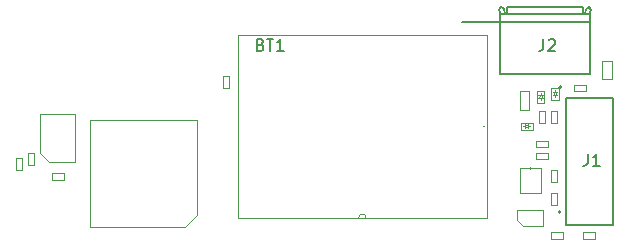
<source format=gbr>
%TF.GenerationSoftware,KiCad,Pcbnew,8.0.1*%
%TF.CreationDate,2024-10-15T00:35:35+02:00*%
%TF.ProjectId,InsuDos,496e7375-446f-4732-9e6b-696361645f70,rev?*%
%TF.SameCoordinates,Original*%
%TF.FileFunction,AssemblyDrawing,Top*%
%FSLAX46Y46*%
G04 Gerber Fmt 4.6, Leading zero omitted, Abs format (unit mm)*
G04 Created by KiCad (PCBNEW 8.0.1) date 2024-10-15 00:35:35*
%MOMM*%
%LPD*%
G01*
G04 APERTURE LIST*
%ADD10C,0.150000*%
%ADD11C,0.100000*%
%ADD12C,0.127000*%
%ADD13C,0.200000*%
%ADD14C,0.025400*%
G04 APERTURE END LIST*
D10*
X77372493Y-167369819D02*
X77372493Y-168084104D01*
X77372493Y-168084104D02*
X77324874Y-168226961D01*
X77324874Y-168226961D02*
X77229636Y-168322200D01*
X77229636Y-168322200D02*
X77086779Y-168369819D01*
X77086779Y-168369819D02*
X76991541Y-168369819D01*
X78372493Y-168369819D02*
X77801065Y-168369819D01*
X78086779Y-168369819D02*
X78086779Y-167369819D01*
X78086779Y-167369819D02*
X77991541Y-167512676D01*
X77991541Y-167512676D02*
X77896303Y-167607914D01*
X77896303Y-167607914D02*
X77801065Y-167655533D01*
X49670112Y-158096009D02*
X49812969Y-158143628D01*
X49812969Y-158143628D02*
X49860588Y-158191247D01*
X49860588Y-158191247D02*
X49908207Y-158286485D01*
X49908207Y-158286485D02*
X49908207Y-158429342D01*
X49908207Y-158429342D02*
X49860588Y-158524580D01*
X49860588Y-158524580D02*
X49812969Y-158572200D01*
X49812969Y-158572200D02*
X49717731Y-158619819D01*
X49717731Y-158619819D02*
X49336779Y-158619819D01*
X49336779Y-158619819D02*
X49336779Y-157619819D01*
X49336779Y-157619819D02*
X49670112Y-157619819D01*
X49670112Y-157619819D02*
X49765350Y-157667438D01*
X49765350Y-157667438D02*
X49812969Y-157715057D01*
X49812969Y-157715057D02*
X49860588Y-157810295D01*
X49860588Y-157810295D02*
X49860588Y-157905533D01*
X49860588Y-157905533D02*
X49812969Y-158000771D01*
X49812969Y-158000771D02*
X49765350Y-158048390D01*
X49765350Y-158048390D02*
X49670112Y-158096009D01*
X49670112Y-158096009D02*
X49336779Y-158096009D01*
X50193922Y-157619819D02*
X50765350Y-157619819D01*
X50479636Y-158619819D02*
X50479636Y-157619819D01*
X51622493Y-158619819D02*
X51051065Y-158619819D01*
X51336779Y-158619819D02*
X51336779Y-157619819D01*
X51336779Y-157619819D02*
X51241541Y-157762676D01*
X51241541Y-157762676D02*
X51146303Y-157857914D01*
X51146303Y-157857914D02*
X51051065Y-157905533D01*
X73622493Y-157619819D02*
X73622493Y-158334104D01*
X73622493Y-158334104D02*
X73574874Y-158476961D01*
X73574874Y-158476961D02*
X73479636Y-158572200D01*
X73479636Y-158572200D02*
X73336779Y-158619819D01*
X73336779Y-158619819D02*
X73241541Y-158619819D01*
X74051065Y-157715057D02*
X74098684Y-157667438D01*
X74098684Y-157667438D02*
X74193922Y-157619819D01*
X74193922Y-157619819D02*
X74432017Y-157619819D01*
X74432017Y-157619819D02*
X74527255Y-157667438D01*
X74527255Y-157667438D02*
X74574874Y-157715057D01*
X74574874Y-157715057D02*
X74622493Y-157810295D01*
X74622493Y-157810295D02*
X74622493Y-157905533D01*
X74622493Y-157905533D02*
X74574874Y-158048390D01*
X74574874Y-158048390D02*
X74003446Y-158619819D01*
X74003446Y-158619819D02*
X74622493Y-158619819D01*
D11*
%TO.C,C28*%
X74250000Y-163750000D02*
X74750000Y-163750000D01*
X74250000Y-164750000D02*
X74250000Y-163750000D01*
X74750000Y-163750000D02*
X74750000Y-164750000D01*
X74750000Y-164750000D02*
X74250000Y-164750000D01*
%TO.C,C11*%
X73250000Y-163750000D02*
X73750000Y-163750000D01*
X73250000Y-164750000D02*
X73250000Y-163750000D01*
X73750000Y-163750000D02*
X73750000Y-164750000D01*
X73750000Y-164750000D02*
X73250000Y-164750000D01*
%TO.C,C15*%
X73000000Y-166250000D02*
X74000000Y-166250000D01*
X73000000Y-166750000D02*
X73000000Y-166250000D01*
X74000000Y-166250000D02*
X74000000Y-166750000D01*
X74000000Y-166750000D02*
X73000000Y-166750000D01*
%TO.C,C29*%
X76250000Y-161500000D02*
X77250000Y-161500000D01*
X76250000Y-162000000D02*
X76250000Y-161500000D01*
X77250000Y-161500000D02*
X77250000Y-162000000D01*
X77250000Y-162000000D02*
X76250000Y-162000000D01*
%TO.C,R4*%
X76975000Y-173980000D02*
X78025000Y-173980000D01*
X76975000Y-174520000D02*
X76975000Y-173980000D01*
X78025000Y-173980000D02*
X78025000Y-174520000D01*
X78025000Y-174520000D02*
X76975000Y-174520000D01*
%TO.C,Q1*%
X71400000Y-172080000D02*
X71400000Y-172930000D01*
X71400000Y-172080000D02*
X73600000Y-172080000D01*
X71400000Y-172930000D02*
X71900000Y-173430000D01*
X71900000Y-173430000D02*
X73600000Y-173430000D01*
X73600000Y-172080000D02*
X73600000Y-173430000D01*
D12*
%TO.C,J2*%
X69820000Y-155170500D02*
X70000000Y-154870500D01*
X69950000Y-155520500D02*
X77550000Y-155520500D01*
X69950000Y-156220500D02*
X66750000Y-156220500D01*
X69950000Y-156220500D02*
X69950000Y-155520500D01*
X69950000Y-160570500D02*
X69950000Y-156220500D01*
X70550000Y-154920500D02*
X70550000Y-155470500D01*
X76950000Y-154920500D02*
X70550000Y-154920500D01*
X76950000Y-155470500D02*
X76950000Y-154920500D01*
X77550000Y-155520500D02*
X77550000Y-155570500D01*
X77550000Y-155570500D02*
X77550000Y-160570500D01*
X77550000Y-156220500D02*
X69950000Y-156220500D01*
X77550000Y-160570500D02*
X69950000Y-160570500D01*
X77680000Y-155170500D02*
X77500000Y-154920500D01*
X69820000Y-155170500D02*
G75*
G02*
X69950000Y-155570500I-135000J-265000D01*
G01*
X70000000Y-154870500D02*
G75*
G02*
X70350000Y-155470500I-125000J-475000D01*
G01*
X77150000Y-155470500D02*
G75*
G02*
X77500000Y-154920500I450000J100000D01*
G01*
X77550000Y-155570500D02*
G75*
G02*
X77680000Y-155170501I264999J135000D01*
G01*
D13*
X75150000Y-161720500D02*
G75*
G02*
X74950000Y-161720500I-100000J0D01*
G01*
X74950000Y-161720500D02*
G75*
G02*
X75150000Y-161720500I100000J0D01*
G01*
D11*
%TO.C,BZ1*%
X35250000Y-164500000D02*
X35250000Y-173500000D01*
X35250000Y-173500000D02*
X43250000Y-173500000D01*
X43250000Y-173500000D02*
X44250000Y-172500000D01*
X44250000Y-164500000D02*
X35250000Y-164500000D01*
X44250000Y-172500000D02*
X44250000Y-164500000D01*
%TO.C,D3*%
X71700000Y-164700000D02*
X72700000Y-164700000D01*
X71700000Y-165300000D02*
X71700000Y-164700000D01*
X72050000Y-164800000D02*
X72050000Y-165200000D01*
X72050000Y-165000000D02*
X71900000Y-165000000D01*
X72050000Y-165200000D02*
X72350000Y-165000000D01*
X72350000Y-164800000D02*
X72350000Y-165200000D01*
X72350000Y-165000000D02*
X72050000Y-164800000D01*
X72350000Y-165000000D02*
X72500000Y-165000000D01*
X72700000Y-164700000D02*
X72700000Y-165300000D01*
X72700000Y-165300000D02*
X71700000Y-165300000D01*
%TO.C,R3*%
X74225000Y-173980000D02*
X75275000Y-173980000D01*
X74225000Y-174520000D02*
X74225000Y-173980000D01*
X75275000Y-173980000D02*
X75275000Y-174520000D01*
X75275000Y-174520000D02*
X74225000Y-174520000D01*
%TO.C,C13*%
X74250000Y-170700000D02*
X74750000Y-170700000D01*
X74250000Y-171700000D02*
X74250000Y-170700000D01*
X74750000Y-170700000D02*
X74750000Y-171700000D01*
X74750000Y-171700000D02*
X74250000Y-171700000D01*
%TO.C,C37*%
X74250000Y-168750000D02*
X74750000Y-168750000D01*
X74250000Y-169750000D02*
X74250000Y-168750000D01*
X74750000Y-168750000D02*
X74750000Y-169750000D01*
X74750000Y-169750000D02*
X74250000Y-169750000D01*
%TO.C,C12*%
X71600000Y-162000000D02*
X72400000Y-162000000D01*
X71600000Y-163600000D02*
X71600000Y-162000000D01*
X72400000Y-162000000D02*
X72400000Y-163600000D01*
X72400000Y-163600000D02*
X71600000Y-163600000D01*
%TO.C,C14*%
X73000000Y-167250000D02*
X74000000Y-167250000D01*
X73000000Y-167750000D02*
X73000000Y-167250000D01*
X74000000Y-167250000D02*
X74000000Y-167750000D01*
X74000000Y-167750000D02*
X73000000Y-167750000D01*
%TO.C,R9*%
X28930000Y-167675000D02*
X29470000Y-167675000D01*
X28930000Y-168725000D02*
X28930000Y-167675000D01*
X29470000Y-167675000D02*
X29470000Y-168725000D01*
X29470000Y-168725000D02*
X28930000Y-168725000D01*
D14*
%TO.C,BT1*%
X47739450Y-157253000D02*
X47739450Y-172747000D01*
X47739450Y-172747000D02*
X68846850Y-172747000D01*
X68846850Y-157253000D02*
X47739450Y-157253000D01*
X68846850Y-172747000D02*
X68846850Y-157253000D01*
X57988350Y-172747000D02*
G75*
G02*
X58597950Y-172747000I304800J0D01*
G01*
X68630950Y-165000000D02*
G75*
G02*
X68554750Y-165000000I-38100J0D01*
G01*
X68554750Y-165000000D02*
G75*
G02*
X68630950Y-165000000I38100J0D01*
G01*
%TO.C,L5*%
X71598300Y-168507800D02*
X71598300Y-170692200D01*
X71598300Y-170692200D02*
X73401700Y-170692200D01*
X73401700Y-168507800D02*
X71598300Y-168507800D01*
X73401700Y-170692200D02*
X73401700Y-168507800D01*
X72576200Y-168584000D02*
G75*
G02*
X72423800Y-168584000I-76200J0D01*
G01*
X72423800Y-168584000D02*
G75*
G02*
X72576200Y-168584000I76200J0D01*
G01*
D11*
%TO.C,D2*%
X74300000Y-161750000D02*
X74900000Y-161750000D01*
X74300000Y-162750000D02*
X74300000Y-161750000D01*
X74400000Y-162100000D02*
X74800000Y-162100000D01*
X74400000Y-162400000D02*
X74800000Y-162400000D01*
X74600000Y-162100000D02*
X74400000Y-162400000D01*
X74600000Y-162100000D02*
X74600000Y-161950000D01*
X74600000Y-162400000D02*
X74600000Y-162550000D01*
X74800000Y-162400000D02*
X74600000Y-162100000D01*
X74900000Y-161750000D02*
X74900000Y-162750000D01*
X74900000Y-162750000D02*
X74300000Y-162750000D01*
%TO.C,C10*%
X29950000Y-167300000D02*
X30450000Y-167300000D01*
X29950000Y-168300000D02*
X29950000Y-167300000D01*
X30450000Y-167300000D02*
X30450000Y-168300000D01*
X30450000Y-168300000D02*
X29950000Y-168300000D01*
%TO.C,Inf.1*%
X31000000Y-164000000D02*
X31000000Y-167250000D01*
X31750000Y-168000000D02*
X31000000Y-167250000D01*
X34000000Y-164000000D02*
X31000000Y-164000000D01*
X34000000Y-168000000D02*
X31750000Y-168000000D01*
X34000000Y-168000000D02*
X34000000Y-164000000D01*
D12*
%TO.C,J1*%
X75550000Y-162650000D02*
X79550000Y-162650000D01*
X75550000Y-173350000D02*
X75550000Y-162650000D01*
X79550000Y-162650000D02*
X79550000Y-173350000D01*
X79550000Y-173350000D02*
X75550000Y-173350000D01*
D13*
X75077000Y-172250000D02*
G75*
G02*
X74877000Y-172250000I-100000J0D01*
G01*
X74877000Y-172250000D02*
G75*
G02*
X75077000Y-172250000I100000J0D01*
G01*
D11*
%TO.C,D1*%
X73100000Y-162000000D02*
X73700000Y-162000000D01*
X73100000Y-163000000D02*
X73100000Y-162000000D01*
X73200000Y-162350000D02*
X73600000Y-162350000D01*
X73200000Y-162650000D02*
X73600000Y-162650000D01*
X73400000Y-162350000D02*
X73200000Y-162650000D01*
X73400000Y-162350000D02*
X73400000Y-162200000D01*
X73400000Y-162650000D02*
X73400000Y-162800000D01*
X73600000Y-162650000D02*
X73400000Y-162350000D01*
X73700000Y-162000000D02*
X73700000Y-163000000D01*
X73700000Y-163000000D02*
X73100000Y-163000000D01*
%TO.C,R1*%
X31975000Y-168980000D02*
X33025000Y-168980000D01*
X31975000Y-169520000D02*
X31975000Y-168980000D01*
X33025000Y-168980000D02*
X33025000Y-169520000D01*
X33025000Y-169520000D02*
X31975000Y-169520000D01*
%TO.C,F1*%
X78600000Y-159450000D02*
X79400000Y-159450000D01*
X78600000Y-161050000D02*
X78600000Y-159450000D01*
X79400000Y-159450000D02*
X79400000Y-161050000D01*
X79400000Y-161050000D02*
X78600000Y-161050000D01*
%TO.C,C38*%
X46500000Y-160750000D02*
X47000000Y-160750000D01*
X46500000Y-161750000D02*
X46500000Y-160750000D01*
X47000000Y-160750000D02*
X47000000Y-161750000D01*
X47000000Y-161750000D02*
X46500000Y-161750000D01*
%TD*%
M02*

</source>
